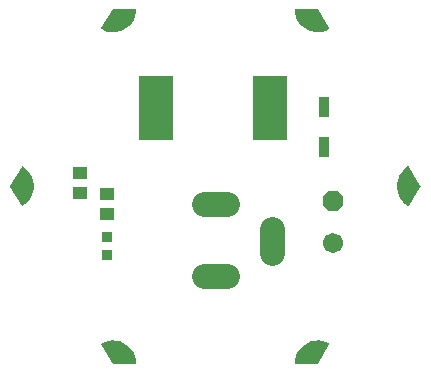
<source format=gbr>
G04 EAGLE Gerber RS-274X export*
G75*
%MOMM*%
%FSLAX34Y34*%
%LPD*%
%INSoldermask Top*%
%IPPOS*%
%AMOC8*
5,1,8,0,0,1.08239X$1,22.5*%
G01*
%ADD10C,1.101600*%
%ADD11P,1.842011X8X112.500000*%
%ADD12C,1.701800*%
%ADD13R,0.901600X1.701600*%
%ADD14R,3.001600X5.501600*%
%ADD15R,0.901600X0.901600*%
%ADD16R,1.201600X1.101600*%
%ADD17C,2.101600*%

G36*
X509929Y329213D02*
X509929Y329213D01*
X510000Y329213D01*
X510027Y329224D01*
X510056Y329227D01*
X510118Y329262D01*
X510183Y329290D01*
X510204Y329310D01*
X510229Y329325D01*
X510292Y329402D01*
X510322Y329432D01*
X510326Y329442D01*
X510335Y329453D01*
X519835Y345953D01*
X519845Y345985D01*
X519854Y345998D01*
X519858Y346022D01*
X519859Y346026D01*
X519890Y346096D01*
X519890Y346120D01*
X519898Y346142D01*
X519892Y346218D01*
X519893Y346295D01*
X519883Y346319D01*
X519882Y346340D01*
X519861Y346379D01*
X519835Y346451D01*
X510335Y362951D01*
X510316Y362973D01*
X510303Y362999D01*
X510250Y363047D01*
X510203Y363100D01*
X510177Y363113D01*
X510156Y363132D01*
X510088Y363155D01*
X510024Y363186D01*
X509995Y363188D01*
X509968Y363197D01*
X509896Y363192D01*
X509825Y363195D01*
X509798Y363185D01*
X509769Y363183D01*
X509679Y363141D01*
X509639Y363126D01*
X509631Y363119D01*
X509618Y363113D01*
X507095Y361371D01*
X507071Y361347D01*
X507033Y361320D01*
X504821Y359196D01*
X504802Y359168D01*
X504768Y359136D01*
X502926Y356685D01*
X502912Y356654D01*
X502883Y356617D01*
X501458Y353902D01*
X501449Y353871D01*
X501433Y353846D01*
X501432Y353838D01*
X501427Y353828D01*
X500456Y350920D01*
X500452Y350886D01*
X500437Y350842D01*
X499945Y347815D01*
X499946Y347781D01*
X499938Y347735D01*
X499938Y344669D01*
X499939Y344665D01*
X499939Y344663D01*
X499945Y344636D01*
X499945Y344589D01*
X500437Y341562D01*
X500449Y341531D01*
X500456Y341484D01*
X501427Y338576D01*
X501444Y338547D01*
X501458Y338502D01*
X502883Y335787D01*
X502905Y335761D01*
X502926Y335719D01*
X504768Y333268D01*
X504793Y333245D01*
X504821Y333208D01*
X507033Y331084D01*
X507061Y331066D01*
X507095Y331033D01*
X509618Y329291D01*
X509645Y329280D01*
X509667Y329261D01*
X509736Y329241D01*
X509801Y329213D01*
X509830Y329213D01*
X509858Y329205D01*
X509929Y329213D01*
G37*
G36*
X182508Y329212D02*
X182508Y329212D01*
X182579Y329209D01*
X182606Y329219D01*
X182635Y329221D01*
X182725Y329263D01*
X182765Y329278D01*
X182773Y329285D01*
X182786Y329291D01*
X185309Y331033D01*
X185333Y331057D01*
X185371Y331084D01*
X187583Y333208D01*
X187602Y333236D01*
X187636Y333268D01*
X189478Y335719D01*
X189492Y335750D01*
X189521Y335787D01*
X190946Y338502D01*
X190955Y338535D01*
X190977Y338576D01*
X191948Y341484D01*
X191952Y341518D01*
X191967Y341562D01*
X192459Y344589D01*
X192458Y344623D01*
X192466Y344669D01*
X192466Y347735D01*
X192459Y347768D01*
X192459Y347815D01*
X191967Y350842D01*
X191955Y350873D01*
X191948Y350920D01*
X190977Y353828D01*
X190964Y353851D01*
X190958Y353876D01*
X190951Y353885D01*
X190946Y353902D01*
X189521Y356617D01*
X189499Y356643D01*
X189478Y356685D01*
X187636Y359136D01*
X187611Y359159D01*
X187583Y359196D01*
X185371Y361320D01*
X185343Y361338D01*
X185309Y361371D01*
X182786Y363113D01*
X182759Y363124D01*
X182737Y363143D01*
X182668Y363163D01*
X182603Y363191D01*
X182574Y363191D01*
X182546Y363199D01*
X182475Y363191D01*
X182404Y363192D01*
X182377Y363180D01*
X182348Y363177D01*
X182286Y363142D01*
X182221Y363114D01*
X182200Y363094D01*
X182175Y363079D01*
X182112Y363002D01*
X182082Y362972D01*
X182078Y362962D01*
X182069Y362951D01*
X172569Y346451D01*
X172545Y346378D01*
X172514Y346308D01*
X172514Y346284D01*
X172506Y346262D01*
X172513Y346186D01*
X172512Y346109D01*
X172521Y346085D01*
X172522Y346064D01*
X172543Y346025D01*
X172562Y345973D01*
X172563Y345967D01*
X172565Y345965D01*
X172569Y345953D01*
X182069Y329453D01*
X182088Y329431D01*
X182101Y329405D01*
X182154Y329357D01*
X182201Y329304D01*
X182227Y329291D01*
X182249Y329272D01*
X182316Y329249D01*
X182380Y329218D01*
X182409Y329217D01*
X182436Y329207D01*
X182508Y329212D01*
G37*
G36*
X432878Y195718D02*
X432878Y195718D01*
X432956Y195727D01*
X432975Y195738D01*
X432997Y195742D01*
X433061Y195786D01*
X433129Y195825D01*
X433145Y195844D01*
X433161Y195855D01*
X433185Y195893D01*
X433235Y195953D01*
X442735Y212453D01*
X442744Y212480D01*
X442760Y212504D01*
X442775Y212574D01*
X442798Y212642D01*
X442795Y212670D01*
X442801Y212698D01*
X442788Y212769D01*
X442782Y212840D01*
X442769Y212865D01*
X442763Y212893D01*
X442723Y212953D01*
X442690Y213016D01*
X442668Y213034D01*
X442652Y213058D01*
X442569Y213116D01*
X442537Y213143D01*
X442526Y213146D01*
X442516Y213153D01*
X439750Y214462D01*
X439717Y214470D01*
X439674Y214490D01*
X436734Y215338D01*
X436700Y215341D01*
X436656Y215354D01*
X433618Y215719D01*
X433584Y215716D01*
X433537Y215722D01*
X430480Y215595D01*
X430447Y215587D01*
X430400Y215586D01*
X427403Y214970D01*
X427372Y214957D01*
X427326Y214948D01*
X424466Y213859D01*
X424438Y213841D01*
X424394Y213825D01*
X421746Y212291D01*
X421720Y212269D01*
X421680Y212246D01*
X419312Y210308D01*
X419290Y210281D01*
X419254Y210252D01*
X417227Y207959D01*
X417211Y207930D01*
X417179Y207895D01*
X415547Y205307D01*
X415535Y205275D01*
X415510Y205236D01*
X414314Y202419D01*
X414307Y202386D01*
X414304Y202379D01*
X414300Y202373D01*
X414299Y202367D01*
X414288Y202343D01*
X413560Y199371D01*
X413558Y199337D01*
X413547Y199292D01*
X413304Y196242D01*
X413308Y196213D01*
X413303Y196185D01*
X413320Y196116D01*
X413328Y196044D01*
X413343Y196020D01*
X413349Y195992D01*
X413392Y195934D01*
X413428Y195872D01*
X413450Y195855D01*
X413467Y195832D01*
X413529Y195795D01*
X413586Y195752D01*
X413614Y195745D01*
X413638Y195730D01*
X413738Y195714D01*
X413779Y195703D01*
X413789Y195705D01*
X413802Y195703D01*
X432802Y195703D01*
X432878Y195718D01*
G37*
G36*
X433571Y476687D02*
X433571Y476687D01*
X433618Y476685D01*
X436656Y477050D01*
X436688Y477061D01*
X436734Y477066D01*
X439674Y477914D01*
X439704Y477930D01*
X439750Y477942D01*
X442516Y479251D01*
X442538Y479268D01*
X442565Y479278D01*
X442617Y479327D01*
X442675Y479370D01*
X442689Y479395D01*
X442710Y479414D01*
X442739Y479480D01*
X442775Y479542D01*
X442778Y479570D01*
X442790Y479596D01*
X442791Y479668D01*
X442800Y479739D01*
X442792Y479766D01*
X442793Y479795D01*
X442757Y479890D01*
X442746Y479930D01*
X442739Y479939D01*
X442735Y479951D01*
X433235Y496451D01*
X433183Y496510D01*
X433137Y496572D01*
X433118Y496583D01*
X433103Y496600D01*
X433033Y496634D01*
X432966Y496674D01*
X432942Y496678D01*
X432924Y496686D01*
X432879Y496688D01*
X432802Y496701D01*
X413802Y496701D01*
X413774Y496696D01*
X413746Y496698D01*
X413678Y496676D01*
X413607Y496662D01*
X413584Y496646D01*
X413557Y496637D01*
X413502Y496590D01*
X413443Y496549D01*
X413428Y496525D01*
X413407Y496507D01*
X413375Y496442D01*
X413336Y496382D01*
X413331Y496354D01*
X413319Y496328D01*
X413310Y496227D01*
X413303Y496185D01*
X413305Y496175D01*
X413304Y496162D01*
X413547Y493112D01*
X413556Y493080D01*
X413560Y493033D01*
X414288Y490061D01*
X414303Y490030D01*
X414314Y489985D01*
X415510Y487168D01*
X415529Y487140D01*
X415547Y487097D01*
X417179Y484509D01*
X417203Y484485D01*
X417227Y484445D01*
X419254Y482152D01*
X419281Y482132D01*
X419312Y482096D01*
X421680Y480158D01*
X421710Y480142D01*
X421746Y480113D01*
X424394Y478580D01*
X424426Y478569D01*
X424466Y478545D01*
X427326Y477457D01*
X427359Y477451D01*
X427403Y477434D01*
X430400Y476818D01*
X430434Y476818D01*
X430480Y476809D01*
X433537Y476682D01*
X433571Y476687D01*
G37*
G36*
X278630Y195708D02*
X278630Y195708D01*
X278658Y195706D01*
X278726Y195728D01*
X278797Y195742D01*
X278820Y195758D01*
X278847Y195767D01*
X278902Y195814D01*
X278961Y195855D01*
X278976Y195879D01*
X278998Y195897D01*
X279029Y195962D01*
X279068Y196022D01*
X279073Y196050D01*
X279085Y196076D01*
X279094Y196177D01*
X279101Y196219D01*
X279099Y196229D01*
X279100Y196242D01*
X278857Y199292D01*
X278848Y199324D01*
X278844Y199371D01*
X278116Y202343D01*
X278101Y202374D01*
X278090Y202419D01*
X276894Y205236D01*
X276875Y205264D01*
X276857Y205307D01*
X275225Y207895D01*
X275201Y207919D01*
X275177Y207959D01*
X273150Y210252D01*
X273123Y210272D01*
X273092Y210308D01*
X270725Y212246D01*
X270694Y212262D01*
X270658Y212291D01*
X268010Y213825D01*
X267978Y213835D01*
X267938Y213859D01*
X265078Y214948D01*
X265045Y214953D01*
X265001Y214970D01*
X262004Y215586D01*
X261970Y215586D01*
X261924Y215595D01*
X258867Y215722D01*
X258833Y215717D01*
X258786Y215719D01*
X255748Y215354D01*
X255716Y215343D01*
X255670Y215338D01*
X252730Y214490D01*
X252700Y214474D01*
X252655Y214462D01*
X249889Y213153D01*
X249866Y213136D01*
X249839Y213126D01*
X249787Y213077D01*
X249729Y213034D01*
X249715Y213009D01*
X249694Y212990D01*
X249665Y212924D01*
X249629Y212862D01*
X249626Y212834D01*
X249614Y212808D01*
X249613Y212736D01*
X249604Y212665D01*
X249612Y212638D01*
X249612Y212609D01*
X249647Y212514D01*
X249658Y212474D01*
X249665Y212465D01*
X249669Y212453D01*
X259169Y195953D01*
X259221Y195895D01*
X259267Y195832D01*
X259286Y195821D01*
X259301Y195804D01*
X259371Y195770D01*
X259438Y195730D01*
X259463Y195726D01*
X259480Y195718D01*
X259525Y195716D01*
X259602Y195703D01*
X278602Y195703D01*
X278630Y195708D01*
G37*
G36*
X261924Y476809D02*
X261924Y476809D01*
X261957Y476817D01*
X262004Y476818D01*
X265001Y477434D01*
X265032Y477447D01*
X265078Y477457D01*
X267938Y478545D01*
X267967Y478563D01*
X268010Y478580D01*
X270658Y480113D01*
X270684Y480135D01*
X270725Y480158D01*
X273092Y482096D01*
X273114Y482123D01*
X273150Y482152D01*
X275177Y484445D01*
X275194Y484474D01*
X275225Y484509D01*
X276857Y487097D01*
X276869Y487129D01*
X276894Y487168D01*
X278090Y489985D01*
X278097Y490018D01*
X278116Y490061D01*
X278844Y493033D01*
X278846Y493067D01*
X278857Y493112D01*
X279100Y496162D01*
X279096Y496191D01*
X279101Y496219D01*
X279084Y496288D01*
X279076Y496360D01*
X279062Y496384D01*
X279055Y496412D01*
X279012Y496470D01*
X278977Y496532D01*
X278954Y496549D01*
X278937Y496572D01*
X278875Y496609D01*
X278818Y496652D01*
X278790Y496659D01*
X278766Y496674D01*
X278666Y496690D01*
X278625Y496701D01*
X278615Y496699D01*
X278602Y496701D01*
X259602Y496701D01*
X259526Y496686D01*
X259448Y496677D01*
X259429Y496666D01*
X259407Y496662D01*
X259343Y496618D01*
X259275Y496579D01*
X259259Y496560D01*
X259243Y496549D01*
X259219Y496511D01*
X259169Y496451D01*
X249669Y479951D01*
X249660Y479924D01*
X249644Y479900D01*
X249629Y479830D01*
X249606Y479762D01*
X249609Y479734D01*
X249603Y479706D01*
X249617Y479636D01*
X249622Y479564D01*
X249635Y479539D01*
X249641Y479511D01*
X249681Y479451D01*
X249714Y479388D01*
X249736Y479370D01*
X249752Y479346D01*
X249835Y479288D01*
X249867Y479261D01*
X249878Y479258D01*
X249889Y479251D01*
X252655Y477942D01*
X252688Y477934D01*
X252730Y477914D01*
X255670Y477066D01*
X255704Y477063D01*
X255748Y477050D01*
X258786Y476685D01*
X258820Y476688D01*
X258867Y476682D01*
X261924Y476809D01*
G37*
D10*
X428802Y489302D03*
X511402Y346202D03*
X428802Y203102D03*
X263602Y203102D03*
X181002Y346202D03*
X263602Y489302D03*
D11*
X445770Y334010D03*
D12*
X445770Y298450D03*
D13*
X438150Y379240D03*
X438150Y413240D03*
D14*
X392670Y412750D03*
X295670Y412750D03*
D15*
X254000Y303410D03*
X254000Y288410D03*
D16*
X254000Y322970D03*
X254000Y339970D03*
X231140Y357750D03*
X231140Y340750D03*
D17*
X336227Y330949D02*
X356227Y330949D01*
X356227Y269949D02*
X336227Y269949D01*
X394227Y289949D02*
X394227Y309949D01*
M02*

</source>
